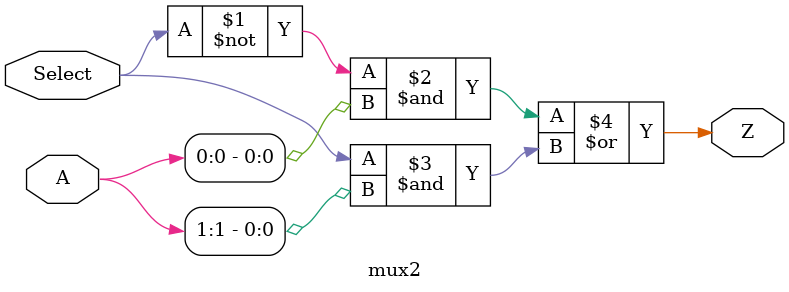
<source format=v>
`timescale 1ns / 1ps


module mux2(
    input [1:0] A,
    output Z,
    input Select
    );
    
    wire a, b;
    assign Z = (~Select)&A[0] | Select&A[1] ;
    
endmodule

</source>
